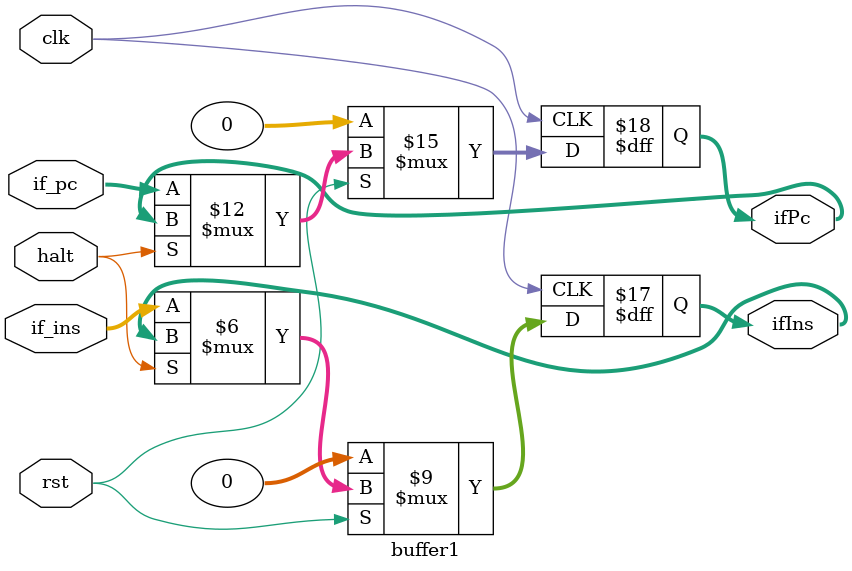
<source format=v>
module buffer1 (
    input clk,
    input rst,
    input [31:0] if_ins,
    input [31:0] if_pc,
    output reg [31:0] ifIns,
    output reg [31:0] ifPc,
    input halt
);
    always @(posedge clk) begin
        if(~rst) ifPc <= 'b0;
        else begin 
            if (halt) ifPc <=ifPc;
            else ifPc <= if_pc;
        end 
    end
    always @(posedge clk) begin
        if(~rst) ifIns <= 32'h0;
        else  begin 
            if (halt) ifIns <= ifIns;
            else ifIns <= if_ins;
        end 
     end
endmodule
</source>
